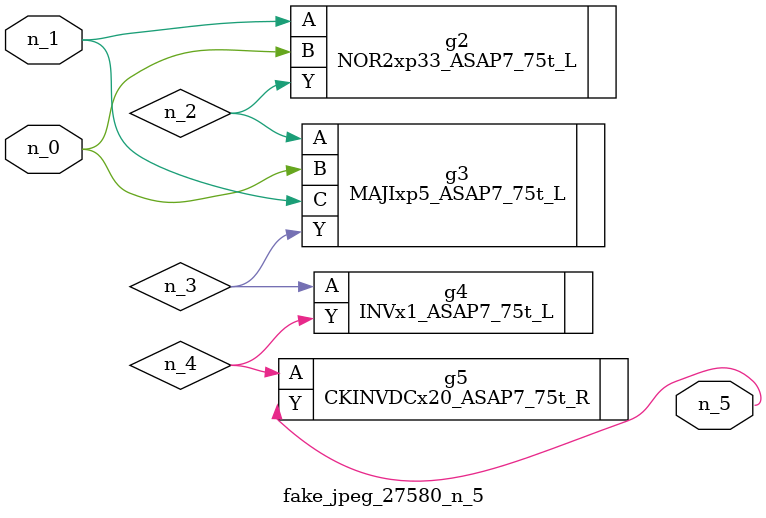
<source format=v>
module fake_jpeg_27580_n_5 (n_0, n_1, n_5);

input n_0;
input n_1;

output n_5;

wire n_3;
wire n_2;
wire n_4;

NOR2xp33_ASAP7_75t_L g2 ( 
.A(n_1),
.B(n_0),
.Y(n_2)
);

MAJIxp5_ASAP7_75t_L g3 ( 
.A(n_2),
.B(n_0),
.C(n_1),
.Y(n_3)
);

INVx1_ASAP7_75t_L g4 ( 
.A(n_3),
.Y(n_4)
);

CKINVDCx20_ASAP7_75t_R g5 ( 
.A(n_4),
.Y(n_5)
);


endmodule
</source>
